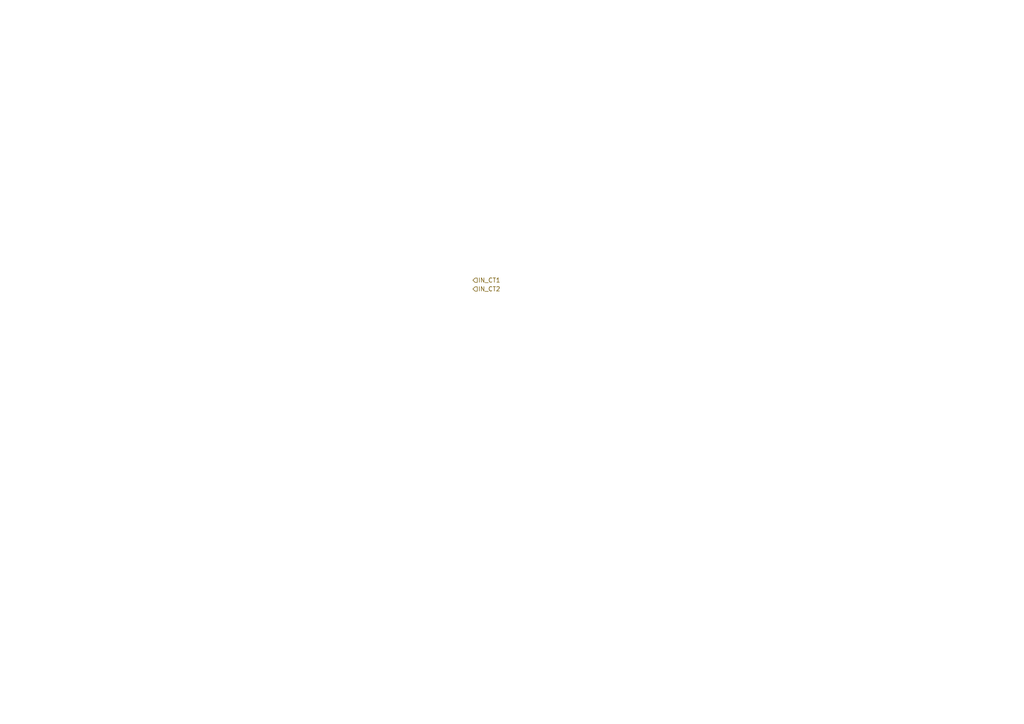
<source format=kicad_sch>
(kicad_sch
	(version 20250114)
	(generator "eeschema")
	(generator_version "9.0")
	(uuid "7413fde2-8625-402c-8e5a-c9b943fe98f7")
	(paper "A4")
	(lib_symbols)
	(hierarchical_label "IN_CT2"
		(shape input)
		(at 137.16 83.82 0)
		(effects
			(font
				(size 1.27 1.27)
			)
			(justify left)
		)
		(uuid "56e5b40f-7640-4b13-a821-9bc8a80032a7")
	)
	(hierarchical_label "IN_CT1"
		(shape input)
		(at 137.16 81.28 0)
		(effects
			(font
				(size 1.27 1.27)
			)
			(justify left)
		)
		(uuid "a939fb13-bd88-4a96-8bee-59b02e558fbf")
	)
)

</source>
